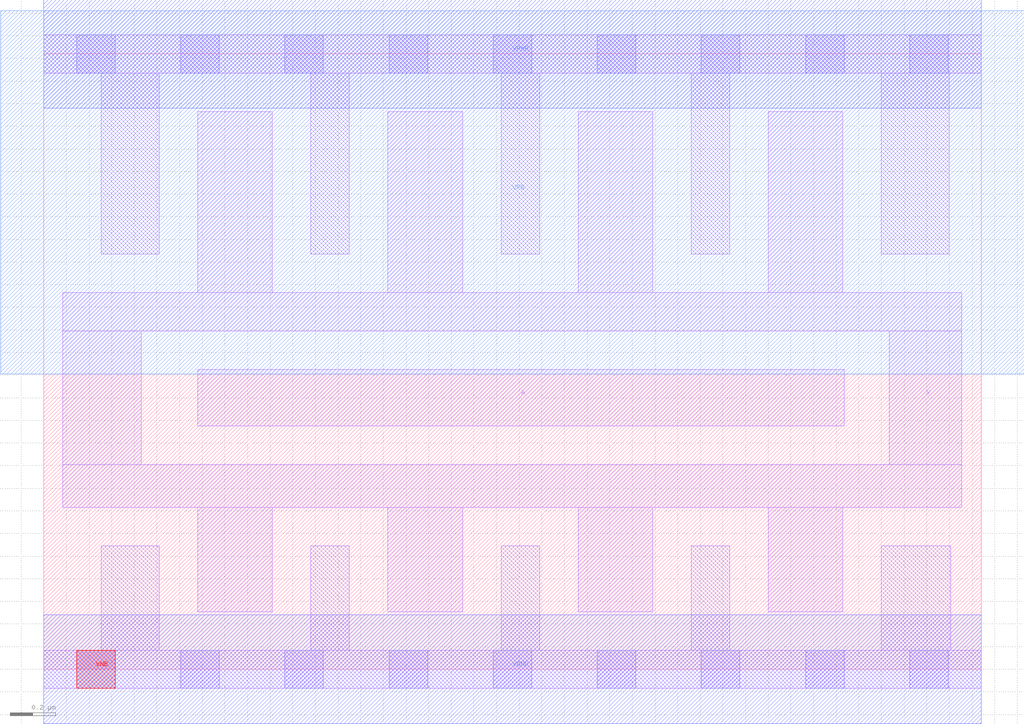
<source format=lef>
# Copyright 2020 The SkyWater PDK Authors
#
# Licensed under the Apache License, Version 2.0 (the "License");
# you may not use this file except in compliance with the License.
# You may obtain a copy of the License at
#
#     https://www.apache.org/licenses/LICENSE-2.0
#
# Unless required by applicable law or agreed to in writing, software
# distributed under the License is distributed on an "AS IS" BASIS,
# WITHOUT WARRANTIES OR CONDITIONS OF ANY KIND, either express or implied.
# See the License for the specific language governing permissions and
# limitations under the License.
#
# SPDX-License-Identifier: Apache-2.0

VERSION 5.7 ;
  NOWIREEXTENSIONATPIN ON ;
  DIVIDERCHAR "/" ;
  BUSBITCHARS "[]" ;
MACRO sky130_fd_sc_hd__inv_8
  CLASS CORE ;
  FOREIGN sky130_fd_sc_hd__inv_8 ;
  ORIGIN  0.000000  0.000000 ;
  SIZE  4.140000 BY  2.720000 ;
  SYMMETRY X Y R90 ;
  SITE unithd ;
  PIN A
    ANTENNAGATEAREA  1.980000 ;
    DIRECTION INPUT ;
    USE SIGNAL ;
    PORT
      LAYER li1 ;
        RECT 0.680000 1.075000 3.535000 1.325000 ;
    END
  END A
  PIN VNB
    PORT
      LAYER pwell ;
        RECT 0.145000 -0.085000 0.315000 0.085000 ;
    END
  END VNB
  PIN VPB
    PORT
      LAYER nwell ;
        RECT -0.190000 1.305000 4.330000 2.910000 ;
    END
  END VPB
  PIN Y
    ANTENNADIFFAREA  1.782000 ;
    DIRECTION OUTPUT ;
    USE SIGNAL ;
    PORT
      LAYER li1 ;
        RECT 0.085000 0.715000 4.055000 0.905000 ;
        RECT 0.085000 0.905000 0.430000 1.495000 ;
        RECT 0.085000 1.495000 4.055000 1.665000 ;
        RECT 0.680000 0.255000 1.010000 0.715000 ;
        RECT 0.680000 1.665000 1.010000 2.465000 ;
        RECT 1.520000 0.255000 1.850000 0.715000 ;
        RECT 1.520000 1.665000 1.850000 2.465000 ;
        RECT 2.360000 0.255000 2.690000 0.715000 ;
        RECT 2.360000 1.665000 2.690000 2.465000 ;
        RECT 3.200000 0.255000 3.530000 0.715000 ;
        RECT 3.200000 1.665000 3.530000 2.465000 ;
        RECT 3.735000 0.905000 4.055000 1.495000 ;
    END
  END Y
  PIN VGND
    DIRECTION INOUT ;
    SHAPE ABUTMENT ;
    USE GROUND ;
    PORT
      LAYER met1 ;
        RECT 0.000000 -0.240000 4.140000 0.240000 ;
    END
  END VGND
  PIN VPWR
    DIRECTION INOUT ;
    SHAPE ABUTMENT ;
    USE POWER ;
    PORT
      LAYER met1 ;
        RECT 0.000000 2.480000 4.140000 2.960000 ;
    END
  END VPWR
  OBS
    LAYER li1 ;
      RECT 0.000000 -0.085000 4.140000 0.085000 ;
      RECT 0.000000  2.635000 4.140000 2.805000 ;
      RECT 0.255000  0.085000 0.510000 0.545000 ;
      RECT 0.255000  1.835000 0.510000 2.635000 ;
      RECT 1.180000  0.085000 1.350000 0.545000 ;
      RECT 1.180000  1.835000 1.350000 2.635000 ;
      RECT 2.020000  0.085000 2.190000 0.545000 ;
      RECT 2.020000  1.835000 2.190000 2.635000 ;
      RECT 2.860000  0.085000 3.030000 0.545000 ;
      RECT 2.860000  1.835000 3.030000 2.635000 ;
      RECT 3.700000  0.085000 4.005000 0.545000 ;
      RECT 3.700000  1.835000 4.000000 2.635000 ;
    LAYER mcon ;
      RECT 0.145000 -0.085000 0.315000 0.085000 ;
      RECT 0.145000  2.635000 0.315000 2.805000 ;
      RECT 0.605000 -0.085000 0.775000 0.085000 ;
      RECT 0.605000  2.635000 0.775000 2.805000 ;
      RECT 1.065000 -0.085000 1.235000 0.085000 ;
      RECT 1.065000  2.635000 1.235000 2.805000 ;
      RECT 1.525000 -0.085000 1.695000 0.085000 ;
      RECT 1.525000  2.635000 1.695000 2.805000 ;
      RECT 1.985000 -0.085000 2.155000 0.085000 ;
      RECT 1.985000  2.635000 2.155000 2.805000 ;
      RECT 2.445000 -0.085000 2.615000 0.085000 ;
      RECT 2.445000  2.635000 2.615000 2.805000 ;
      RECT 2.905000 -0.085000 3.075000 0.085000 ;
      RECT 2.905000  2.635000 3.075000 2.805000 ;
      RECT 3.365000 -0.085000 3.535000 0.085000 ;
      RECT 3.365000  2.635000 3.535000 2.805000 ;
      RECT 3.825000 -0.085000 3.995000 0.085000 ;
      RECT 3.825000  2.635000 3.995000 2.805000 ;
  END
END sky130_fd_sc_hd__inv_8
END LIBRARY

</source>
